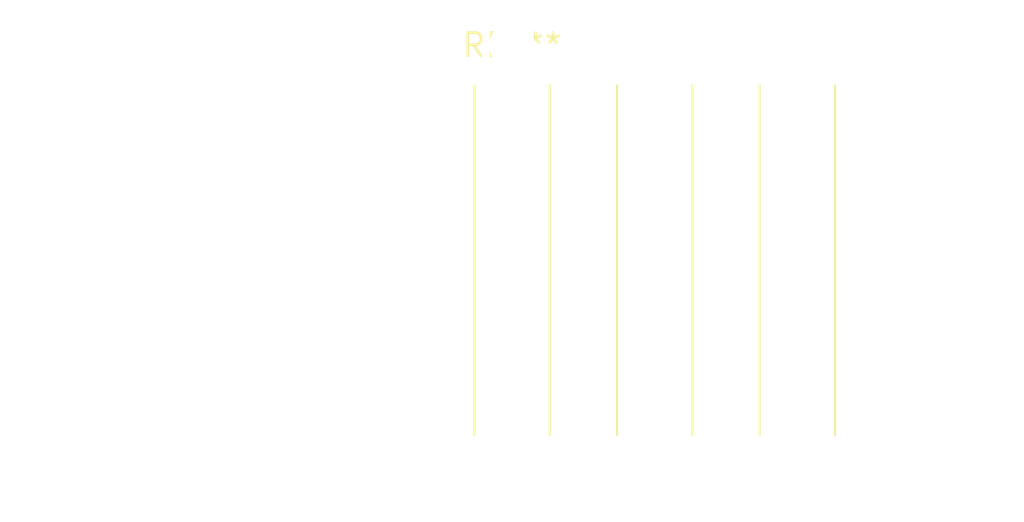
<source format=kicad_pcb>
(kicad_pcb (version 20240108) (generator pcbnew)
  (layers (0 "F.Cu" signal) (31 "B.Cu" signal) (34 "B.Paste" user) (35 "F.Paste" user) (36 "B.SilkS" user "B.Silkscreen") (37 "F.SilkS" user "F.Silkscreen") (38 "B.Mask" user) (39 "F.Mask" user) (44 "Edge.Cuts" user))
  (net 0 "")
  (footprint "SolderWire-2sqmm_1x03_P7.8mm_D2mm_OD3.9mm_Relief" (layer "F.Cu") (at 0 0)
    (property "Reference" "REF**")
    (property "Value" "SolderWire-2sqmm_1x03_P7.8mm_D2mm_OD3.9mm_Relief")
    (fp_line (start -2.06 2.21) (end -2.06 21.34) (layer "F.SilkS") (stroke (width 0.12)))
    (fp_line (start 2.06 2.21) (end 2.06 21.34) (layer "F.SilkS") (stroke (width 0.12)))
    (fp_line (start 5.74 2.21) (end 5.74 21.34) (layer "F.SilkS") (stroke (width 0.12)))
    (fp_line (start 9.86 2.21) (end 9.86 21.34) (layer "F.SilkS") (stroke (width 0.12)))
    (fp_line (start 13.54 2.21) (end 13.54 21.34) (layer "F.SilkS") (stroke (width 0.12)))
    (fp_line (start 17.66 2.21) (end 17.66 21.34) (layer "F.SilkS") (stroke (width 0.12)))
    (pad "" np_thru_hole circle (at 0 23.4) (size 4.4 4.4) (drill 4.4) (layers *.Cu *.Mask))
    (pad "" np_thru_hole circle (at 7.8 23.4) (size 4.4 4.4) (drill 4.4) (layers *.Cu *.Mask))
    (pad "" np_thru_hole circle (at 15.6 23.4) (size 4.4 4.4) (drill 4.4) (layers *.Cu *.Mask))
    (pad "1" thru_hole roundrect (at 0 0) (size 3.9 3.9) (drill 2.5) (layers *.Cu *.Mask) (remove_unused_layers) (roundrect_rratio 0.064103))
    (pad "2" thru_hole circle (at 7.8 0) (size 3.9 3.9) (drill 2.5) (layers *.Cu *.Mask) (remove_unused_layers))
    (pad "3" thru_hole circle (at 15.6 0) (size 3.9 3.9) (drill 2.5) (layers *.Cu *.Mask) (remove_unused_layers))
  )
)
</source>
